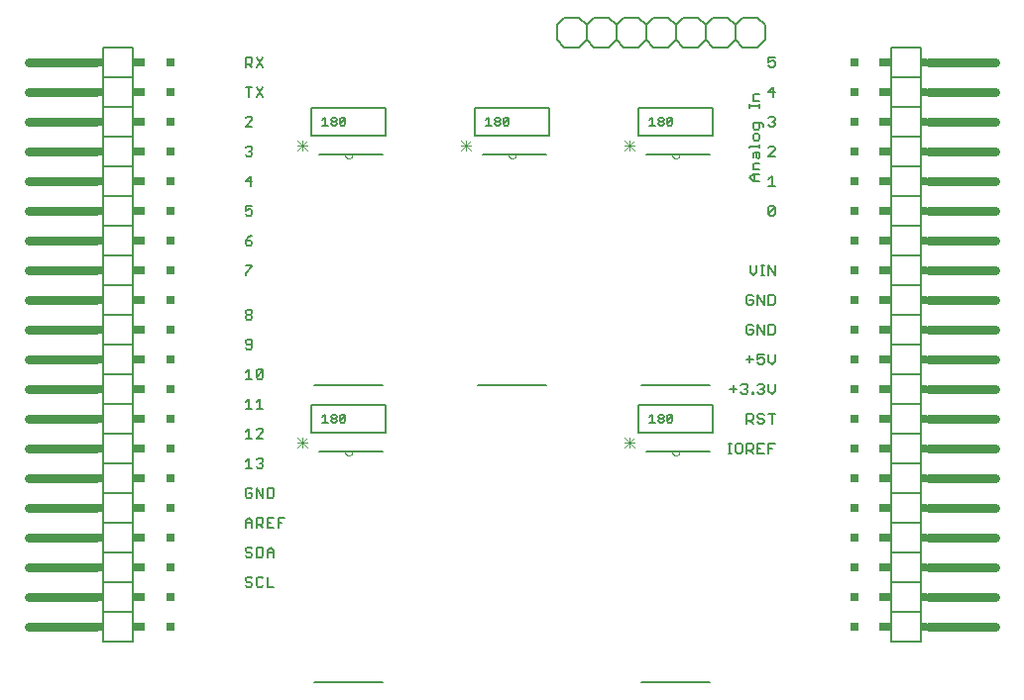
<source format=gto>
G75*
%MOIN*%
%OFA0B0*%
%FSLAX25Y25*%
%IPPOS*%
%LPD*%
%AMOC8*
5,1,8,0,0,1.08239X$1,22.5*
%
%ADD10C,0.00600*%
%ADD11C,0.00800*%
%ADD12C,0.00500*%
%ADD13C,0.00000*%
%ADD14C,0.00300*%
%ADD15C,0.03000*%
%ADD16R,0.02000X0.03000*%
%ADD17R,0.04000X0.03000*%
%ADD18R,0.03000X0.03000*%
D10*
X0027500Y0082524D02*
X0037500Y0082524D01*
X0037500Y0092524D01*
X0037500Y0102524D01*
X0037500Y0112524D01*
X0037500Y0122524D01*
X0037500Y0132524D01*
X0037500Y0142524D01*
X0037500Y0152524D01*
X0037500Y0162524D01*
X0037500Y0172524D01*
X0037500Y0182524D01*
X0037500Y0192524D01*
X0037500Y0202524D01*
X0037500Y0212524D01*
X0037500Y0222524D01*
X0037500Y0232524D01*
X0037500Y0242524D01*
X0037500Y0252524D01*
X0037500Y0262524D01*
X0037500Y0272524D01*
X0037500Y0282524D01*
X0027500Y0282524D01*
X0027500Y0272524D01*
X0027500Y0262524D01*
X0027500Y0252524D01*
X0027500Y0242524D01*
X0027500Y0232524D01*
X0027500Y0222524D01*
X0027500Y0212524D01*
X0027500Y0202524D01*
X0027500Y0192524D01*
X0027500Y0182524D01*
X0027500Y0172524D01*
X0027500Y0162524D01*
X0027500Y0152524D01*
X0027500Y0142524D01*
X0027500Y0132524D01*
X0027500Y0122524D01*
X0027500Y0112524D01*
X0027500Y0102524D01*
X0027500Y0092524D01*
X0027500Y0082524D01*
X0027500Y0092524D02*
X0037500Y0092524D01*
X0037500Y0102524D02*
X0027500Y0102524D01*
X0027500Y0112524D02*
X0037500Y0112524D01*
X0037500Y0122524D02*
X0027500Y0122524D01*
X0027500Y0132524D02*
X0037500Y0132524D01*
X0037500Y0142524D02*
X0027500Y0142524D01*
X0027500Y0152524D02*
X0037500Y0152524D01*
X0037500Y0162524D02*
X0027500Y0162524D01*
X0027500Y0172524D02*
X0037500Y0172524D01*
X0037500Y0182524D02*
X0027500Y0182524D01*
X0027500Y0192524D02*
X0037500Y0192524D01*
X0037500Y0202524D02*
X0027500Y0202524D01*
X0027500Y0212524D02*
X0037500Y0212524D01*
X0037500Y0222524D02*
X0027500Y0222524D01*
X0027500Y0232524D02*
X0037500Y0232524D01*
X0037500Y0242524D02*
X0027500Y0242524D01*
X0027500Y0252524D02*
X0037500Y0252524D01*
X0037500Y0262524D02*
X0027500Y0262524D01*
X0027500Y0272524D02*
X0037500Y0272524D01*
X0075300Y0269227D02*
X0077569Y0269227D01*
X0076434Y0269227D02*
X0076434Y0265824D01*
X0078983Y0265824D02*
X0081252Y0269227D01*
X0078983Y0269227D02*
X0081252Y0265824D01*
X0077001Y0259227D02*
X0075867Y0259227D01*
X0075300Y0258659D01*
X0077001Y0259227D02*
X0077569Y0258659D01*
X0077569Y0258092D01*
X0075300Y0255824D01*
X0077569Y0255824D01*
X0077001Y0249227D02*
X0075867Y0249227D01*
X0075300Y0248659D01*
X0076434Y0247525D02*
X0077001Y0247525D01*
X0077569Y0246958D01*
X0077569Y0246391D01*
X0077001Y0245824D01*
X0075867Y0245824D01*
X0075300Y0246391D01*
X0077001Y0247525D02*
X0077569Y0248092D01*
X0077569Y0248659D01*
X0077001Y0249227D01*
X0077001Y0239227D02*
X0075300Y0237525D01*
X0077569Y0237525D01*
X0077001Y0235824D02*
X0077001Y0239227D01*
X0077569Y0229227D02*
X0075300Y0229227D01*
X0075300Y0227525D01*
X0076434Y0228092D01*
X0077001Y0228092D01*
X0077569Y0227525D01*
X0077569Y0226391D01*
X0077001Y0225824D01*
X0075867Y0225824D01*
X0075300Y0226391D01*
X0077569Y0219227D02*
X0076434Y0218659D01*
X0075300Y0217525D01*
X0077001Y0217525D01*
X0077569Y0216958D01*
X0077569Y0216391D01*
X0077001Y0215824D01*
X0075867Y0215824D01*
X0075300Y0216391D01*
X0075300Y0217525D01*
X0075300Y0209227D02*
X0077569Y0209227D01*
X0077569Y0208659D01*
X0075300Y0206391D01*
X0075300Y0205824D01*
X0075867Y0194227D02*
X0077001Y0194227D01*
X0077569Y0193659D01*
X0077569Y0193092D01*
X0077001Y0192525D01*
X0075867Y0192525D01*
X0075300Y0193092D01*
X0075300Y0193659D01*
X0075867Y0194227D01*
X0075867Y0192525D02*
X0075300Y0191958D01*
X0075300Y0191391D01*
X0075867Y0190824D01*
X0077001Y0190824D01*
X0077569Y0191391D01*
X0077569Y0191958D01*
X0077001Y0192525D01*
X0077001Y0184227D02*
X0075867Y0184227D01*
X0075300Y0183659D01*
X0075300Y0183092D01*
X0075867Y0182525D01*
X0077569Y0182525D01*
X0077569Y0181391D02*
X0077569Y0183659D01*
X0077001Y0184227D01*
X0077569Y0181391D02*
X0077001Y0180824D01*
X0075867Y0180824D01*
X0075300Y0181391D01*
X0076434Y0174227D02*
X0076434Y0170824D01*
X0075300Y0170824D02*
X0077569Y0170824D01*
X0078983Y0171391D02*
X0081252Y0173659D01*
X0081252Y0171391D01*
X0080685Y0170824D01*
X0079550Y0170824D01*
X0078983Y0171391D01*
X0078983Y0173659D01*
X0079550Y0174227D01*
X0080685Y0174227D01*
X0081252Y0173659D01*
X0076434Y0174227D02*
X0075300Y0173092D01*
X0076434Y0164227D02*
X0075300Y0163092D01*
X0076434Y0164227D02*
X0076434Y0160824D01*
X0075300Y0160824D02*
X0077569Y0160824D01*
X0078983Y0160824D02*
X0081252Y0160824D01*
X0080117Y0160824D02*
X0080117Y0164227D01*
X0078983Y0163092D01*
X0079550Y0154227D02*
X0078983Y0153659D01*
X0079550Y0154227D02*
X0080685Y0154227D01*
X0081252Y0153659D01*
X0081252Y0153092D01*
X0078983Y0150824D01*
X0081252Y0150824D01*
X0077569Y0150824D02*
X0075300Y0150824D01*
X0076434Y0150824D02*
X0076434Y0154227D01*
X0075300Y0153092D01*
X0076434Y0144227D02*
X0076434Y0140824D01*
X0075300Y0140824D02*
X0077569Y0140824D01*
X0078983Y0141391D02*
X0079550Y0140824D01*
X0080685Y0140824D01*
X0081252Y0141391D01*
X0081252Y0141958D01*
X0080685Y0142525D01*
X0080117Y0142525D01*
X0080685Y0142525D02*
X0081252Y0143092D01*
X0081252Y0143659D01*
X0080685Y0144227D01*
X0079550Y0144227D01*
X0078983Y0143659D01*
X0076434Y0144227D02*
X0075300Y0143092D01*
X0075867Y0134227D02*
X0075300Y0133659D01*
X0075300Y0131391D01*
X0075867Y0130824D01*
X0077001Y0130824D01*
X0077569Y0131391D01*
X0077569Y0132525D01*
X0076434Y0132525D01*
X0077569Y0133659D02*
X0077001Y0134227D01*
X0075867Y0134227D01*
X0078983Y0134227D02*
X0078983Y0130824D01*
X0081252Y0130824D02*
X0078983Y0134227D01*
X0081252Y0134227D02*
X0081252Y0130824D01*
X0082666Y0130824D02*
X0082666Y0134227D01*
X0084368Y0134227D01*
X0084935Y0133659D01*
X0084935Y0131391D01*
X0084368Y0130824D01*
X0082666Y0130824D01*
X0082666Y0124227D02*
X0082666Y0120824D01*
X0084935Y0120824D01*
X0086349Y0120824D02*
X0086349Y0124227D01*
X0088618Y0124227D01*
X0087484Y0122525D02*
X0086349Y0122525D01*
X0084935Y0124227D02*
X0082666Y0124227D01*
X0081252Y0123659D02*
X0081252Y0122525D01*
X0080685Y0121958D01*
X0078983Y0121958D01*
X0078983Y0120824D02*
X0078983Y0124227D01*
X0080685Y0124227D01*
X0081252Y0123659D01*
X0082666Y0122525D02*
X0083801Y0122525D01*
X0081252Y0120824D02*
X0080117Y0121958D01*
X0077569Y0122525D02*
X0075300Y0122525D01*
X0075300Y0123092D02*
X0076434Y0124227D01*
X0077569Y0123092D01*
X0077569Y0120824D01*
X0075300Y0120824D02*
X0075300Y0123092D01*
X0075867Y0114227D02*
X0075300Y0113659D01*
X0075300Y0113092D01*
X0075867Y0112525D01*
X0077001Y0112525D01*
X0077569Y0111958D01*
X0077569Y0111391D01*
X0077001Y0110824D01*
X0075867Y0110824D01*
X0075300Y0111391D01*
X0075867Y0114227D02*
X0077001Y0114227D01*
X0077569Y0113659D01*
X0078983Y0114227D02*
X0080685Y0114227D01*
X0081252Y0113659D01*
X0081252Y0111391D01*
X0080685Y0110824D01*
X0078983Y0110824D01*
X0078983Y0114227D01*
X0082666Y0113092D02*
X0082666Y0110824D01*
X0082666Y0112525D02*
X0084935Y0112525D01*
X0084935Y0113092D02*
X0084935Y0110824D01*
X0084935Y0113092D02*
X0083801Y0114227D01*
X0082666Y0113092D01*
X0082666Y0104227D02*
X0082666Y0100824D01*
X0084935Y0100824D01*
X0081252Y0101391D02*
X0080685Y0100824D01*
X0079550Y0100824D01*
X0078983Y0101391D01*
X0078983Y0103659D01*
X0079550Y0104227D01*
X0080685Y0104227D01*
X0081252Y0103659D01*
X0077569Y0103659D02*
X0077001Y0104227D01*
X0075867Y0104227D01*
X0075300Y0103659D01*
X0075300Y0103092D01*
X0075867Y0102525D01*
X0077001Y0102525D01*
X0077569Y0101958D01*
X0077569Y0101391D01*
X0077001Y0100824D01*
X0075867Y0100824D01*
X0075300Y0101391D01*
X0098500Y0068724D02*
X0121500Y0068724D01*
X0121500Y0146324D02*
X0111200Y0146324D01*
X0108800Y0146324D01*
X0100200Y0146324D01*
X0098500Y0168724D02*
X0121500Y0168724D01*
X0153500Y0168724D02*
X0176500Y0168724D01*
X0208500Y0168724D02*
X0231500Y0168724D01*
X0238276Y0167525D02*
X0240544Y0167525D01*
X0239410Y0168659D02*
X0239410Y0166391D01*
X0241959Y0166391D02*
X0242526Y0165824D01*
X0243660Y0165824D01*
X0244228Y0166391D01*
X0244228Y0166958D01*
X0243660Y0167525D01*
X0243093Y0167525D01*
X0243660Y0167525D02*
X0244228Y0168092D01*
X0244228Y0168659D01*
X0243660Y0169227D01*
X0242526Y0169227D01*
X0241959Y0168659D01*
X0245642Y0166391D02*
X0246209Y0166391D01*
X0246209Y0165824D01*
X0245642Y0165824D01*
X0245642Y0166391D01*
X0247484Y0166391D02*
X0248051Y0165824D01*
X0249185Y0165824D01*
X0249752Y0166391D01*
X0249752Y0166958D01*
X0249185Y0167525D01*
X0248618Y0167525D01*
X0249185Y0167525D02*
X0249752Y0168092D01*
X0249752Y0168659D01*
X0249185Y0169227D01*
X0248051Y0169227D01*
X0247484Y0168659D01*
X0251167Y0169227D02*
X0251167Y0166958D01*
X0252301Y0165824D01*
X0253435Y0166958D01*
X0253435Y0169227D01*
X0252301Y0175824D02*
X0253435Y0176958D01*
X0253435Y0179227D01*
X0251167Y0179227D02*
X0251167Y0176958D01*
X0252301Y0175824D01*
X0249752Y0176391D02*
X0249752Y0177525D01*
X0249185Y0178092D01*
X0248618Y0178092D01*
X0247484Y0177525D01*
X0247484Y0179227D01*
X0249752Y0179227D01*
X0249752Y0176391D02*
X0249185Y0175824D01*
X0248051Y0175824D01*
X0247484Y0176391D01*
X0246069Y0177525D02*
X0243801Y0177525D01*
X0244935Y0178659D02*
X0244935Y0176391D01*
X0245502Y0185824D02*
X0246069Y0186391D01*
X0246069Y0187525D01*
X0244935Y0187525D01*
X0246069Y0188659D02*
X0245502Y0189227D01*
X0244368Y0189227D01*
X0243801Y0188659D01*
X0243801Y0186391D01*
X0244368Y0185824D01*
X0245502Y0185824D01*
X0247484Y0185824D02*
X0247484Y0189227D01*
X0249752Y0185824D01*
X0249752Y0189227D01*
X0251167Y0189227D02*
X0251167Y0185824D01*
X0252868Y0185824D01*
X0253435Y0186391D01*
X0253435Y0188659D01*
X0252868Y0189227D01*
X0251167Y0189227D01*
X0251167Y0195824D02*
X0252868Y0195824D01*
X0253435Y0196391D01*
X0253435Y0198659D01*
X0252868Y0199227D01*
X0251167Y0199227D01*
X0251167Y0195824D01*
X0249752Y0195824D02*
X0249752Y0199227D01*
X0247484Y0199227D02*
X0247484Y0195824D01*
X0246069Y0196391D02*
X0246069Y0197525D01*
X0244935Y0197525D01*
X0246069Y0196391D02*
X0245502Y0195824D01*
X0244368Y0195824D01*
X0243801Y0196391D01*
X0243801Y0198659D01*
X0244368Y0199227D01*
X0245502Y0199227D01*
X0246069Y0198659D01*
X0247484Y0199227D02*
X0249752Y0195824D01*
X0249846Y0205824D02*
X0248711Y0205824D01*
X0249279Y0205824D02*
X0249279Y0209227D01*
X0249846Y0209227D02*
X0248711Y0209227D01*
X0247297Y0209227D02*
X0247297Y0206958D01*
X0246163Y0205824D01*
X0245028Y0206958D01*
X0245028Y0209227D01*
X0251167Y0209227D02*
X0253435Y0205824D01*
X0253435Y0209227D01*
X0251167Y0209227D02*
X0251167Y0205824D01*
X0251734Y0225824D02*
X0251167Y0226391D01*
X0253435Y0228659D01*
X0253435Y0226391D01*
X0252868Y0225824D01*
X0251734Y0225824D01*
X0251167Y0226391D02*
X0251167Y0228659D01*
X0251734Y0229227D01*
X0252868Y0229227D01*
X0253435Y0228659D01*
X0253435Y0235824D02*
X0251167Y0235824D01*
X0252301Y0235824D02*
X0252301Y0239227D01*
X0251167Y0238092D01*
X0248250Y0237631D02*
X0245981Y0237631D01*
X0244847Y0238765D01*
X0245981Y0239899D01*
X0248250Y0239899D01*
X0248250Y0241314D02*
X0245981Y0241314D01*
X0245981Y0243015D01*
X0246549Y0243582D01*
X0248250Y0243582D01*
X0247683Y0244997D02*
X0247116Y0245564D01*
X0247116Y0247266D01*
X0246549Y0247266D02*
X0248250Y0247266D01*
X0248250Y0245564D01*
X0247683Y0244997D01*
X0245981Y0245564D02*
X0245981Y0246698D01*
X0246549Y0247266D01*
X0248250Y0248680D02*
X0248250Y0249814D01*
X0248250Y0249247D02*
X0244847Y0249247D01*
X0244847Y0248680D01*
X0246549Y0251136D02*
X0247683Y0251136D01*
X0248250Y0251703D01*
X0248250Y0252837D01*
X0247683Y0253404D01*
X0246549Y0253404D01*
X0245981Y0252837D01*
X0245981Y0251703D01*
X0246549Y0251136D01*
X0246549Y0254819D02*
X0247683Y0254819D01*
X0248250Y0255386D01*
X0248250Y0257087D01*
X0248817Y0257087D02*
X0245981Y0257087D01*
X0245981Y0255386D01*
X0246549Y0254819D01*
X0249384Y0255953D02*
X0249384Y0256520D01*
X0248817Y0257087D01*
X0251167Y0256391D02*
X0251734Y0255824D01*
X0252868Y0255824D01*
X0253435Y0256391D01*
X0253435Y0256958D01*
X0252868Y0257525D01*
X0252301Y0257525D01*
X0252868Y0257525D02*
X0253435Y0258092D01*
X0253435Y0258659D01*
X0252868Y0259227D01*
X0251734Y0259227D01*
X0251167Y0258659D01*
X0248250Y0262185D02*
X0248250Y0263319D01*
X0248250Y0262752D02*
X0244847Y0262752D01*
X0244847Y0262185D02*
X0244847Y0263319D01*
X0245981Y0264640D02*
X0245981Y0266342D01*
X0246549Y0266909D01*
X0248250Y0266909D01*
X0248250Y0264640D02*
X0245981Y0264640D01*
X0251167Y0267525D02*
X0252868Y0269227D01*
X0252868Y0265824D01*
X0253435Y0267525D02*
X0251167Y0267525D01*
X0251734Y0275824D02*
X0251167Y0276391D01*
X0251734Y0275824D02*
X0252868Y0275824D01*
X0253435Y0276391D01*
X0253435Y0277525D01*
X0252868Y0278092D01*
X0252301Y0278092D01*
X0251167Y0277525D01*
X0251167Y0279227D01*
X0253435Y0279227D01*
X0250000Y0285024D02*
X0247500Y0282524D01*
X0242500Y0282524D01*
X0240000Y0285024D01*
X0237500Y0282524D01*
X0232500Y0282524D01*
X0230000Y0285024D01*
X0227500Y0282524D01*
X0222500Y0282524D01*
X0220000Y0285024D01*
X0217500Y0282524D01*
X0212500Y0282524D01*
X0210000Y0285024D01*
X0207500Y0282524D01*
X0202500Y0282524D01*
X0200000Y0285024D01*
X0197500Y0282524D01*
X0192500Y0282524D01*
X0190000Y0285024D01*
X0187500Y0282524D01*
X0182500Y0282524D01*
X0180000Y0285024D01*
X0180000Y0290024D01*
X0182500Y0292524D01*
X0187500Y0292524D01*
X0190000Y0290024D01*
X0192500Y0292524D01*
X0197500Y0292524D01*
X0200000Y0290024D01*
X0200000Y0285024D01*
X0200000Y0290024D02*
X0202500Y0292524D01*
X0207500Y0292524D01*
X0210000Y0290024D01*
X0212500Y0292524D01*
X0217500Y0292524D01*
X0220000Y0290024D01*
X0222500Y0292524D01*
X0227500Y0292524D01*
X0230000Y0290024D01*
X0230000Y0285024D01*
X0230000Y0290024D02*
X0232500Y0292524D01*
X0237500Y0292524D01*
X0240000Y0290024D01*
X0242500Y0292524D01*
X0247500Y0292524D01*
X0250000Y0290024D01*
X0250000Y0285024D01*
X0240000Y0285024D02*
X0240000Y0290024D01*
X0220000Y0290024D02*
X0220000Y0285024D01*
X0210000Y0285024D02*
X0210000Y0290024D01*
X0190000Y0290024D02*
X0190000Y0285024D01*
X0176500Y0246324D02*
X0166200Y0246324D01*
X0163800Y0246324D01*
X0155200Y0246324D01*
X0121500Y0246324D02*
X0111200Y0246324D01*
X0108800Y0246324D01*
X0100200Y0246324D01*
X0081252Y0275824D02*
X0078983Y0279227D01*
X0077569Y0278659D02*
X0077569Y0277525D01*
X0077001Y0276958D01*
X0075300Y0276958D01*
X0076434Y0276958D02*
X0077569Y0275824D01*
X0078983Y0275824D02*
X0081252Y0279227D01*
X0077569Y0278659D02*
X0077001Y0279227D01*
X0075300Y0279227D01*
X0075300Y0275824D01*
X0210200Y0246324D02*
X0218800Y0246324D01*
X0221200Y0246324D01*
X0231500Y0246324D01*
X0246549Y0239899D02*
X0246549Y0237631D01*
X0251167Y0245824D02*
X0253435Y0248092D01*
X0253435Y0248659D01*
X0252868Y0249227D01*
X0251734Y0249227D01*
X0251167Y0248659D01*
X0251167Y0245824D02*
X0253435Y0245824D01*
X0292500Y0242524D02*
X0292500Y0232524D01*
X0292500Y0222524D01*
X0292500Y0212524D01*
X0292500Y0202524D01*
X0292500Y0192524D01*
X0292500Y0182524D01*
X0292500Y0172524D01*
X0292500Y0162524D01*
X0292500Y0152524D01*
X0292500Y0142524D01*
X0292500Y0132524D01*
X0292500Y0122524D01*
X0292500Y0112524D01*
X0292500Y0102524D01*
X0292500Y0092524D01*
X0292500Y0082524D01*
X0302500Y0082524D01*
X0302500Y0092524D01*
X0302500Y0102524D01*
X0302500Y0112524D01*
X0302500Y0122524D01*
X0302500Y0132524D01*
X0302500Y0142524D01*
X0302500Y0152524D01*
X0302500Y0162524D01*
X0302500Y0172524D01*
X0302500Y0182524D01*
X0302500Y0192524D01*
X0302500Y0202524D01*
X0302500Y0212524D01*
X0302500Y0222524D01*
X0302500Y0232524D01*
X0302500Y0242524D01*
X0302500Y0252524D01*
X0302500Y0262524D01*
X0302500Y0272524D01*
X0302500Y0282524D01*
X0292500Y0282524D01*
X0292500Y0272524D01*
X0292500Y0262524D01*
X0292500Y0252524D01*
X0292500Y0242524D01*
X0302500Y0242524D01*
X0302500Y0252524D02*
X0292500Y0252524D01*
X0292500Y0262524D02*
X0302500Y0262524D01*
X0302500Y0272524D02*
X0292500Y0272524D01*
X0292500Y0232524D02*
X0302500Y0232524D01*
X0302500Y0222524D02*
X0292500Y0222524D01*
X0292500Y0212524D02*
X0302500Y0212524D01*
X0302500Y0202524D02*
X0292500Y0202524D01*
X0292500Y0192524D02*
X0302500Y0192524D01*
X0302500Y0182524D02*
X0292500Y0182524D01*
X0292500Y0172524D02*
X0302500Y0172524D01*
X0302500Y0162524D02*
X0292500Y0162524D01*
X0292500Y0152524D02*
X0302500Y0152524D01*
X0302500Y0142524D02*
X0292500Y0142524D01*
X0292500Y0132524D02*
X0302500Y0132524D01*
X0302500Y0122524D02*
X0292500Y0122524D01*
X0292500Y0112524D02*
X0302500Y0112524D01*
X0302500Y0102524D02*
X0292500Y0102524D01*
X0292500Y0092524D02*
X0302500Y0092524D01*
X0251167Y0145824D02*
X0251167Y0149227D01*
X0253435Y0149227D01*
X0252301Y0147525D02*
X0251167Y0147525D01*
X0249752Y0145824D02*
X0247484Y0145824D01*
X0247484Y0149227D01*
X0249752Y0149227D01*
X0248618Y0147525D02*
X0247484Y0147525D01*
X0246069Y0147525D02*
X0245502Y0146958D01*
X0243801Y0146958D01*
X0244935Y0146958D02*
X0246069Y0145824D01*
X0246069Y0147525D02*
X0246069Y0148659D01*
X0245502Y0149227D01*
X0243801Y0149227D01*
X0243801Y0145824D01*
X0242386Y0146391D02*
X0242386Y0148659D01*
X0241819Y0149227D01*
X0240685Y0149227D01*
X0240117Y0148659D01*
X0240117Y0146391D01*
X0240685Y0145824D01*
X0241819Y0145824D01*
X0242386Y0146391D01*
X0238796Y0145824D02*
X0237662Y0145824D01*
X0238229Y0145824D02*
X0238229Y0149227D01*
X0237662Y0149227D02*
X0238796Y0149227D01*
X0231500Y0146324D02*
X0221200Y0146324D01*
X0218800Y0146324D01*
X0210200Y0146324D01*
X0243801Y0155824D02*
X0243801Y0159227D01*
X0245502Y0159227D01*
X0246069Y0158659D01*
X0246069Y0157525D01*
X0245502Y0156958D01*
X0243801Y0156958D01*
X0244935Y0156958D02*
X0246069Y0155824D01*
X0247484Y0156391D02*
X0248051Y0155824D01*
X0249185Y0155824D01*
X0249752Y0156391D01*
X0249752Y0156958D01*
X0249185Y0157525D01*
X0248051Y0157525D01*
X0247484Y0158092D01*
X0247484Y0158659D01*
X0248051Y0159227D01*
X0249185Y0159227D01*
X0249752Y0158659D01*
X0251167Y0159227D02*
X0253435Y0159227D01*
X0252301Y0159227D02*
X0252301Y0155824D01*
X0231500Y0068724D02*
X0208500Y0068724D01*
D11*
X0207598Y0152799D02*
X0232402Y0152799D01*
X0232402Y0162248D01*
X0207598Y0162248D01*
X0207598Y0152799D01*
X0122402Y0152799D02*
X0097598Y0152799D01*
X0097598Y0162248D01*
X0122402Y0162248D01*
X0122402Y0152799D01*
X0122402Y0252799D02*
X0097598Y0252799D01*
X0097598Y0262248D01*
X0122402Y0262248D01*
X0122402Y0252799D01*
X0152598Y0252799D02*
X0177402Y0252799D01*
X0177402Y0262248D01*
X0152598Y0262248D01*
X0152598Y0252799D01*
X0207598Y0252799D02*
X0232402Y0252799D01*
X0232402Y0262248D01*
X0207598Y0262248D01*
X0207598Y0252799D01*
D12*
X0211250Y0256274D02*
X0213052Y0256274D01*
X0212151Y0256274D02*
X0212151Y0258976D01*
X0211250Y0258075D01*
X0214197Y0258075D02*
X0214197Y0258526D01*
X0214647Y0258976D01*
X0215548Y0258976D01*
X0215998Y0258526D01*
X0215998Y0258075D01*
X0215548Y0257625D01*
X0214647Y0257625D01*
X0214197Y0258075D01*
X0214647Y0257625D02*
X0214197Y0257174D01*
X0214197Y0256724D01*
X0214647Y0256274D01*
X0215548Y0256274D01*
X0215998Y0256724D01*
X0215998Y0257174D01*
X0215548Y0257625D01*
X0217143Y0258526D02*
X0217593Y0258976D01*
X0218494Y0258976D01*
X0218945Y0258526D01*
X0217143Y0256724D01*
X0217593Y0256274D01*
X0218494Y0256274D01*
X0218945Y0256724D01*
X0218945Y0258526D01*
X0217143Y0258526D02*
X0217143Y0256724D01*
X0163945Y0256724D02*
X0163494Y0256274D01*
X0162593Y0256274D01*
X0162143Y0256724D01*
X0163945Y0258526D01*
X0163945Y0256724D01*
X0163945Y0258526D02*
X0163494Y0258976D01*
X0162593Y0258976D01*
X0162143Y0258526D01*
X0162143Y0256724D01*
X0160998Y0256724D02*
X0160548Y0256274D01*
X0159647Y0256274D01*
X0159197Y0256724D01*
X0159197Y0257174D01*
X0159647Y0257625D01*
X0160548Y0257625D01*
X0160998Y0257174D01*
X0160998Y0256724D01*
X0160548Y0257625D02*
X0160998Y0258075D01*
X0160998Y0258526D01*
X0160548Y0258976D01*
X0159647Y0258976D01*
X0159197Y0258526D01*
X0159197Y0258075D01*
X0159647Y0257625D01*
X0158052Y0256274D02*
X0156250Y0256274D01*
X0157151Y0256274D02*
X0157151Y0258976D01*
X0156250Y0258075D01*
X0108945Y0258526D02*
X0107143Y0256724D01*
X0107593Y0256274D01*
X0108494Y0256274D01*
X0108945Y0256724D01*
X0108945Y0258526D01*
X0108494Y0258976D01*
X0107593Y0258976D01*
X0107143Y0258526D01*
X0107143Y0256724D01*
X0105998Y0256724D02*
X0105548Y0256274D01*
X0104647Y0256274D01*
X0104197Y0256724D01*
X0104197Y0257174D01*
X0104647Y0257625D01*
X0105548Y0257625D01*
X0105998Y0257174D01*
X0105998Y0256724D01*
X0105548Y0257625D02*
X0105998Y0258075D01*
X0105998Y0258526D01*
X0105548Y0258976D01*
X0104647Y0258976D01*
X0104197Y0258526D01*
X0104197Y0258075D01*
X0104647Y0257625D01*
X0103052Y0256274D02*
X0101250Y0256274D01*
X0102151Y0256274D02*
X0102151Y0258976D01*
X0101250Y0258075D01*
X0102151Y0158976D02*
X0102151Y0156274D01*
X0101250Y0156274D02*
X0103052Y0156274D01*
X0104197Y0156724D02*
X0104197Y0157174D01*
X0104647Y0157625D01*
X0105548Y0157625D01*
X0105998Y0157174D01*
X0105998Y0156724D01*
X0105548Y0156274D01*
X0104647Y0156274D01*
X0104197Y0156724D01*
X0104647Y0157625D02*
X0104197Y0158075D01*
X0104197Y0158526D01*
X0104647Y0158976D01*
X0105548Y0158976D01*
X0105998Y0158526D01*
X0105998Y0158075D01*
X0105548Y0157625D01*
X0107143Y0158526D02*
X0107593Y0158976D01*
X0108494Y0158976D01*
X0108945Y0158526D01*
X0107143Y0156724D01*
X0107593Y0156274D01*
X0108494Y0156274D01*
X0108945Y0156724D01*
X0108945Y0158526D01*
X0107143Y0158526D02*
X0107143Y0156724D01*
X0102151Y0158976D02*
X0101250Y0158075D01*
X0211250Y0158075D02*
X0212151Y0158976D01*
X0212151Y0156274D01*
X0211250Y0156274D02*
X0213052Y0156274D01*
X0214197Y0156724D02*
X0214197Y0157174D01*
X0214647Y0157625D01*
X0215548Y0157625D01*
X0215998Y0157174D01*
X0215998Y0156724D01*
X0215548Y0156274D01*
X0214647Y0156274D01*
X0214197Y0156724D01*
X0214647Y0157625D02*
X0214197Y0158075D01*
X0214197Y0158526D01*
X0214647Y0158976D01*
X0215548Y0158976D01*
X0215998Y0158526D01*
X0215998Y0158075D01*
X0215548Y0157625D01*
X0217143Y0158526D02*
X0217593Y0158976D01*
X0218494Y0158976D01*
X0218945Y0158526D01*
X0217143Y0156724D01*
X0217593Y0156274D01*
X0218494Y0156274D01*
X0218945Y0156724D01*
X0218945Y0158526D01*
X0217143Y0158526D02*
X0217143Y0156724D01*
D13*
X0218800Y0146324D02*
X0218802Y0146255D01*
X0218808Y0146187D01*
X0218818Y0146119D01*
X0218831Y0146052D01*
X0218849Y0145986D01*
X0218870Y0145921D01*
X0218895Y0145857D01*
X0218923Y0145795D01*
X0218955Y0145734D01*
X0218990Y0145675D01*
X0219029Y0145619D01*
X0219071Y0145564D01*
X0219116Y0145513D01*
X0219164Y0145463D01*
X0219214Y0145417D01*
X0219267Y0145374D01*
X0219323Y0145333D01*
X0219380Y0145296D01*
X0219440Y0145263D01*
X0219502Y0145232D01*
X0219565Y0145206D01*
X0219629Y0145183D01*
X0219695Y0145163D01*
X0219762Y0145148D01*
X0219829Y0145136D01*
X0219897Y0145128D01*
X0219966Y0145124D01*
X0220034Y0145124D01*
X0220103Y0145128D01*
X0220171Y0145136D01*
X0220238Y0145148D01*
X0220305Y0145163D01*
X0220371Y0145183D01*
X0220435Y0145206D01*
X0220498Y0145232D01*
X0220560Y0145263D01*
X0220620Y0145296D01*
X0220677Y0145333D01*
X0220733Y0145374D01*
X0220786Y0145417D01*
X0220836Y0145463D01*
X0220884Y0145513D01*
X0220929Y0145564D01*
X0220971Y0145619D01*
X0221010Y0145675D01*
X0221045Y0145734D01*
X0221077Y0145795D01*
X0221105Y0145857D01*
X0221130Y0145921D01*
X0221151Y0145986D01*
X0221169Y0146052D01*
X0221182Y0146119D01*
X0221192Y0146187D01*
X0221198Y0146255D01*
X0221200Y0146324D01*
X0221200Y0246324D02*
X0221198Y0246255D01*
X0221192Y0246187D01*
X0221182Y0246119D01*
X0221169Y0246052D01*
X0221151Y0245986D01*
X0221130Y0245921D01*
X0221105Y0245857D01*
X0221077Y0245795D01*
X0221045Y0245734D01*
X0221010Y0245675D01*
X0220971Y0245619D01*
X0220929Y0245564D01*
X0220884Y0245513D01*
X0220836Y0245463D01*
X0220786Y0245417D01*
X0220733Y0245374D01*
X0220677Y0245333D01*
X0220620Y0245296D01*
X0220560Y0245263D01*
X0220498Y0245232D01*
X0220435Y0245206D01*
X0220371Y0245183D01*
X0220305Y0245163D01*
X0220238Y0245148D01*
X0220171Y0245136D01*
X0220103Y0245128D01*
X0220034Y0245124D01*
X0219966Y0245124D01*
X0219897Y0245128D01*
X0219829Y0245136D01*
X0219762Y0245148D01*
X0219695Y0245163D01*
X0219629Y0245183D01*
X0219565Y0245206D01*
X0219502Y0245232D01*
X0219440Y0245263D01*
X0219380Y0245296D01*
X0219323Y0245333D01*
X0219267Y0245374D01*
X0219214Y0245417D01*
X0219164Y0245463D01*
X0219116Y0245513D01*
X0219071Y0245564D01*
X0219029Y0245619D01*
X0218990Y0245675D01*
X0218955Y0245734D01*
X0218923Y0245795D01*
X0218895Y0245857D01*
X0218870Y0245921D01*
X0218849Y0245986D01*
X0218831Y0246052D01*
X0218818Y0246119D01*
X0218808Y0246187D01*
X0218802Y0246255D01*
X0218800Y0246324D01*
X0166200Y0246324D02*
X0166198Y0246255D01*
X0166192Y0246187D01*
X0166182Y0246119D01*
X0166169Y0246052D01*
X0166151Y0245986D01*
X0166130Y0245921D01*
X0166105Y0245857D01*
X0166077Y0245795D01*
X0166045Y0245734D01*
X0166010Y0245675D01*
X0165971Y0245619D01*
X0165929Y0245564D01*
X0165884Y0245513D01*
X0165836Y0245463D01*
X0165786Y0245417D01*
X0165733Y0245374D01*
X0165677Y0245333D01*
X0165620Y0245296D01*
X0165560Y0245263D01*
X0165498Y0245232D01*
X0165435Y0245206D01*
X0165371Y0245183D01*
X0165305Y0245163D01*
X0165238Y0245148D01*
X0165171Y0245136D01*
X0165103Y0245128D01*
X0165034Y0245124D01*
X0164966Y0245124D01*
X0164897Y0245128D01*
X0164829Y0245136D01*
X0164762Y0245148D01*
X0164695Y0245163D01*
X0164629Y0245183D01*
X0164565Y0245206D01*
X0164502Y0245232D01*
X0164440Y0245263D01*
X0164380Y0245296D01*
X0164323Y0245333D01*
X0164267Y0245374D01*
X0164214Y0245417D01*
X0164164Y0245463D01*
X0164116Y0245513D01*
X0164071Y0245564D01*
X0164029Y0245619D01*
X0163990Y0245675D01*
X0163955Y0245734D01*
X0163923Y0245795D01*
X0163895Y0245857D01*
X0163870Y0245921D01*
X0163849Y0245986D01*
X0163831Y0246052D01*
X0163818Y0246119D01*
X0163808Y0246187D01*
X0163802Y0246255D01*
X0163800Y0246324D01*
X0111200Y0246324D02*
X0111198Y0246255D01*
X0111192Y0246187D01*
X0111182Y0246119D01*
X0111169Y0246052D01*
X0111151Y0245986D01*
X0111130Y0245921D01*
X0111105Y0245857D01*
X0111077Y0245795D01*
X0111045Y0245734D01*
X0111010Y0245675D01*
X0110971Y0245619D01*
X0110929Y0245564D01*
X0110884Y0245513D01*
X0110836Y0245463D01*
X0110786Y0245417D01*
X0110733Y0245374D01*
X0110677Y0245333D01*
X0110620Y0245296D01*
X0110560Y0245263D01*
X0110498Y0245232D01*
X0110435Y0245206D01*
X0110371Y0245183D01*
X0110305Y0245163D01*
X0110238Y0245148D01*
X0110171Y0245136D01*
X0110103Y0245128D01*
X0110034Y0245124D01*
X0109966Y0245124D01*
X0109897Y0245128D01*
X0109829Y0245136D01*
X0109762Y0245148D01*
X0109695Y0245163D01*
X0109629Y0245183D01*
X0109565Y0245206D01*
X0109502Y0245232D01*
X0109440Y0245263D01*
X0109380Y0245296D01*
X0109323Y0245333D01*
X0109267Y0245374D01*
X0109214Y0245417D01*
X0109164Y0245463D01*
X0109116Y0245513D01*
X0109071Y0245564D01*
X0109029Y0245619D01*
X0108990Y0245675D01*
X0108955Y0245734D01*
X0108923Y0245795D01*
X0108895Y0245857D01*
X0108870Y0245921D01*
X0108849Y0245986D01*
X0108831Y0246052D01*
X0108818Y0246119D01*
X0108808Y0246187D01*
X0108802Y0246255D01*
X0108800Y0246324D01*
X0108800Y0146324D02*
X0108802Y0146255D01*
X0108808Y0146187D01*
X0108818Y0146119D01*
X0108831Y0146052D01*
X0108849Y0145986D01*
X0108870Y0145921D01*
X0108895Y0145857D01*
X0108923Y0145795D01*
X0108955Y0145734D01*
X0108990Y0145675D01*
X0109029Y0145619D01*
X0109071Y0145564D01*
X0109116Y0145513D01*
X0109164Y0145463D01*
X0109214Y0145417D01*
X0109267Y0145374D01*
X0109323Y0145333D01*
X0109380Y0145296D01*
X0109440Y0145263D01*
X0109502Y0145232D01*
X0109565Y0145206D01*
X0109629Y0145183D01*
X0109695Y0145163D01*
X0109762Y0145148D01*
X0109829Y0145136D01*
X0109897Y0145128D01*
X0109966Y0145124D01*
X0110034Y0145124D01*
X0110103Y0145128D01*
X0110171Y0145136D01*
X0110238Y0145148D01*
X0110305Y0145163D01*
X0110371Y0145183D01*
X0110435Y0145206D01*
X0110498Y0145232D01*
X0110560Y0145263D01*
X0110620Y0145296D01*
X0110677Y0145333D01*
X0110733Y0145374D01*
X0110786Y0145417D01*
X0110836Y0145463D01*
X0110884Y0145513D01*
X0110929Y0145564D01*
X0110971Y0145619D01*
X0111010Y0145675D01*
X0111045Y0145734D01*
X0111077Y0145795D01*
X0111105Y0145857D01*
X0111130Y0145921D01*
X0111151Y0145986D01*
X0111169Y0146052D01*
X0111182Y0146119D01*
X0111192Y0146187D01*
X0111198Y0146255D01*
X0111200Y0146324D01*
D14*
X0095986Y0147858D02*
X0092850Y0150994D01*
X0094418Y0150994D02*
X0094418Y0147858D01*
X0092850Y0147858D02*
X0095986Y0150994D01*
X0095986Y0149426D02*
X0092850Y0149426D01*
X0092850Y0247858D02*
X0095986Y0250994D01*
X0094418Y0250994D02*
X0094418Y0247858D01*
X0095986Y0247858D02*
X0092850Y0250994D01*
X0092850Y0249426D02*
X0095986Y0249426D01*
X0147850Y0249426D02*
X0150986Y0249426D01*
X0150986Y0250994D02*
X0147850Y0247858D01*
X0149418Y0247858D02*
X0149418Y0250994D01*
X0147850Y0250994D02*
X0150986Y0247858D01*
X0202850Y0247858D02*
X0205986Y0250994D01*
X0204418Y0250994D02*
X0204418Y0247858D01*
X0205986Y0247858D02*
X0202850Y0250994D01*
X0202850Y0249426D02*
X0205986Y0249426D01*
X0205986Y0150994D02*
X0202850Y0147858D01*
X0202850Y0149426D02*
X0205986Y0149426D01*
X0205986Y0147858D02*
X0202850Y0150994D01*
X0204418Y0150994D02*
X0204418Y0147858D01*
D15*
X0305000Y0147524D02*
X0327500Y0147524D01*
X0327500Y0157524D02*
X0305000Y0157524D01*
X0305000Y0167524D02*
X0327500Y0167524D01*
X0327500Y0177524D02*
X0305000Y0177524D01*
X0305000Y0187524D02*
X0327500Y0187524D01*
X0327500Y0197524D02*
X0305000Y0197524D01*
X0305000Y0207524D02*
X0327500Y0207524D01*
X0327500Y0217524D02*
X0305000Y0217524D01*
X0305000Y0227524D02*
X0327500Y0227524D01*
X0327500Y0237524D02*
X0305000Y0237524D01*
X0305000Y0247524D02*
X0327500Y0247524D01*
X0327500Y0257524D02*
X0305000Y0257524D01*
X0305000Y0267524D02*
X0327500Y0267524D01*
X0327500Y0277524D02*
X0305000Y0277524D01*
X0305000Y0137524D02*
X0327500Y0137524D01*
X0327500Y0127524D02*
X0305000Y0127524D01*
X0305000Y0117524D02*
X0327500Y0117524D01*
X0327500Y0107524D02*
X0305000Y0107524D01*
X0305000Y0097524D02*
X0327500Y0097524D01*
X0327500Y0087524D02*
X0305000Y0087524D01*
X0025000Y0087524D02*
X0002500Y0087524D01*
X0002500Y0097524D02*
X0025000Y0097524D01*
X0025000Y0107524D02*
X0002500Y0107524D01*
X0002500Y0117524D02*
X0025000Y0117524D01*
X0025000Y0127524D02*
X0002500Y0127524D01*
X0002500Y0137524D02*
X0025000Y0137524D01*
X0025000Y0147524D02*
X0002500Y0147524D01*
X0002500Y0157524D02*
X0025000Y0157524D01*
X0025000Y0167524D02*
X0002500Y0167524D01*
X0002500Y0177524D02*
X0025000Y0177524D01*
X0025000Y0187524D02*
X0002500Y0187524D01*
X0002500Y0197524D02*
X0025000Y0197524D01*
X0025000Y0207524D02*
X0002500Y0207524D01*
X0002500Y0217524D02*
X0025000Y0217524D01*
X0025000Y0227524D02*
X0002500Y0227524D01*
X0002500Y0237524D02*
X0025000Y0237524D01*
X0025000Y0247524D02*
X0002500Y0247524D01*
X0002500Y0257524D02*
X0025000Y0257524D01*
X0025000Y0267524D02*
X0002500Y0267524D01*
X0002500Y0277524D02*
X0025000Y0277524D01*
D16*
X0026500Y0277524D03*
X0026500Y0267524D03*
X0026500Y0257524D03*
X0026500Y0247524D03*
X0026500Y0237524D03*
X0026500Y0227524D03*
X0026500Y0217524D03*
X0026500Y0207524D03*
X0026500Y0197524D03*
X0026500Y0187524D03*
X0026500Y0177524D03*
X0026500Y0167524D03*
X0026500Y0157524D03*
X0026500Y0147524D03*
X0026500Y0137524D03*
X0026500Y0127524D03*
X0026500Y0117524D03*
X0026500Y0107524D03*
X0026500Y0097524D03*
X0026500Y0087524D03*
X0303500Y0087524D03*
X0303500Y0097524D03*
X0303500Y0107524D03*
X0303500Y0117524D03*
X0303500Y0127524D03*
X0303500Y0137524D03*
X0303500Y0147524D03*
X0303500Y0157524D03*
X0303500Y0167524D03*
X0303500Y0177524D03*
X0303500Y0187524D03*
X0303500Y0197524D03*
X0303500Y0207524D03*
X0303500Y0217524D03*
X0303500Y0227524D03*
X0303500Y0237524D03*
X0303500Y0247524D03*
X0303500Y0257524D03*
X0303500Y0267524D03*
X0303500Y0277524D03*
D17*
X0290500Y0277524D03*
X0290500Y0267524D03*
X0290500Y0257524D03*
X0290500Y0247524D03*
X0290500Y0237524D03*
X0290500Y0227524D03*
X0290500Y0217524D03*
X0290500Y0207524D03*
X0290500Y0197524D03*
X0290500Y0187524D03*
X0290500Y0177524D03*
X0290500Y0167524D03*
X0290500Y0157524D03*
X0290500Y0147524D03*
X0290500Y0137524D03*
X0290500Y0127524D03*
X0290500Y0117524D03*
X0290500Y0107524D03*
X0290500Y0097524D03*
X0290500Y0087524D03*
X0039500Y0087524D03*
X0039500Y0097524D03*
X0039500Y0107524D03*
X0039500Y0117524D03*
X0039500Y0127524D03*
X0039500Y0137524D03*
X0039500Y0147524D03*
X0039500Y0157524D03*
X0039500Y0167524D03*
X0039500Y0177524D03*
X0039500Y0187524D03*
X0039500Y0197524D03*
X0039500Y0207524D03*
X0039500Y0217524D03*
X0039500Y0227524D03*
X0039500Y0237524D03*
X0039500Y0247524D03*
X0039500Y0257524D03*
X0039500Y0267524D03*
X0039500Y0277524D03*
D18*
X0050000Y0277524D03*
X0050000Y0267524D03*
X0050000Y0257524D03*
X0050000Y0247524D03*
X0050000Y0237524D03*
X0050000Y0227524D03*
X0050000Y0217524D03*
X0050000Y0207524D03*
X0050000Y0197524D03*
X0050000Y0187524D03*
X0050000Y0177524D03*
X0050000Y0167524D03*
X0050000Y0157524D03*
X0050000Y0147524D03*
X0050000Y0137524D03*
X0050000Y0127524D03*
X0050000Y0117524D03*
X0050000Y0107524D03*
X0050000Y0097524D03*
X0050000Y0087524D03*
X0280000Y0087524D03*
X0280000Y0097524D03*
X0280000Y0107524D03*
X0280000Y0117524D03*
X0280000Y0127524D03*
X0280000Y0137524D03*
X0280000Y0147524D03*
X0280000Y0157524D03*
X0280000Y0167524D03*
X0280000Y0177524D03*
X0280000Y0187524D03*
X0280000Y0197524D03*
X0280000Y0207524D03*
X0280000Y0217524D03*
X0280000Y0227524D03*
X0280000Y0237524D03*
X0280000Y0247524D03*
X0280000Y0257524D03*
X0280000Y0267524D03*
X0280000Y0277524D03*
M02*

</source>
